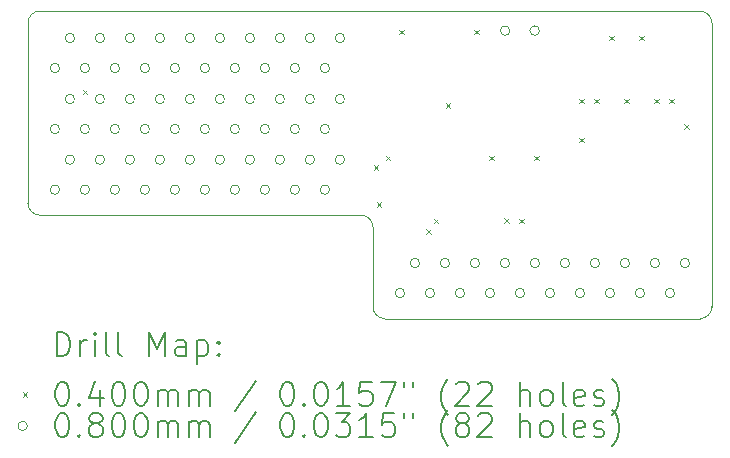
<source format=gbr>
%TF.GenerationSoftware,KiCad,Pcbnew,7.0.2-0*%
%TF.CreationDate,2023-06-03T15:31:35+02:00*%
%TF.ProjectId,MegaCD,4d656761-4344-42e6-9b69-6361645f7063,rev?*%
%TF.SameCoordinates,Original*%
%TF.FileFunction,Drillmap*%
%TF.FilePolarity,Positive*%
%FSLAX45Y45*%
G04 Gerber Fmt 4.5, Leading zero omitted, Abs format (unit mm)*
G04 Created by KiCad (PCBNEW 7.0.2-0) date 2023-06-03 15:31:35*
%MOMM*%
%LPD*%
G01*
G04 APERTURE LIST*
%ADD10C,0.100000*%
%ADD11C,0.200000*%
%ADD12C,0.040000*%
%ADD13C,0.080000*%
G04 APERTURE END LIST*
D10*
X17500600Y-10579100D02*
X17500600Y-12979400D01*
X11811000Y-10477500D02*
G75*
G03*
X11709400Y-10579100I0J-101600D01*
G01*
X11709400Y-12103100D02*
X11709400Y-10579100D01*
X11811000Y-10477500D02*
X17399000Y-10477500D01*
X14630400Y-12306300D02*
X14630400Y-12979400D01*
X17500600Y-10579100D02*
G75*
G03*
X17399000Y-10477500I-101600J0D01*
G01*
X11709400Y-12103100D02*
G75*
G03*
X11811000Y-12204700I101600J0D01*
G01*
X14732000Y-13081000D02*
X17399000Y-13081000D01*
X11811000Y-12204700D02*
X14528800Y-12204700D01*
X14630400Y-12306300D02*
G75*
G03*
X14528800Y-12204700I-101600J0D01*
G01*
X14630400Y-12979400D02*
G75*
G03*
X14732000Y-13081000I101600J0D01*
G01*
X17399000Y-13081000D02*
G75*
G03*
X17500600Y-12979400I0J101600D01*
G01*
D11*
D12*
X12172000Y-11143300D02*
X12212000Y-11183300D01*
X12212000Y-11143300D02*
X12172000Y-11183300D01*
X14636625Y-11779125D02*
X14676625Y-11819125D01*
X14676625Y-11779125D02*
X14636625Y-11819125D01*
X14661200Y-12095800D02*
X14701200Y-12135800D01*
X14701200Y-12095800D02*
X14661200Y-12135800D01*
X14737400Y-11702100D02*
X14777400Y-11742100D01*
X14777400Y-11702100D02*
X14737400Y-11742100D01*
X14851700Y-10635300D02*
X14891700Y-10675300D01*
X14891700Y-10635300D02*
X14851700Y-10675300D01*
X15080300Y-12324400D02*
X15120300Y-12364400D01*
X15120300Y-12324400D02*
X15080300Y-12364400D01*
X15143800Y-12235500D02*
X15183800Y-12275500D01*
X15183800Y-12235500D02*
X15143800Y-12275500D01*
X15245400Y-11259250D02*
X15285400Y-11299250D01*
X15285400Y-11259250D02*
X15245400Y-11299250D01*
X15486700Y-10635300D02*
X15526700Y-10675300D01*
X15526700Y-10635300D02*
X15486700Y-10675300D01*
X15613700Y-11702100D02*
X15653700Y-11742100D01*
X15653700Y-11702100D02*
X15613700Y-11742100D01*
X15740700Y-12228021D02*
X15780700Y-12268021D01*
X15780700Y-12228021D02*
X15740700Y-12268021D01*
X15867700Y-12235500D02*
X15907700Y-12275500D01*
X15907700Y-12235500D02*
X15867700Y-12275500D01*
X15994700Y-11702100D02*
X16034700Y-11742100D01*
X16034700Y-11702100D02*
X15994700Y-11742100D01*
X16375700Y-11219500D02*
X16415700Y-11259500D01*
X16415700Y-11219500D02*
X16375700Y-11259500D01*
X16375700Y-11549700D02*
X16415700Y-11589700D01*
X16415700Y-11549700D02*
X16375700Y-11589700D01*
X16502700Y-11219500D02*
X16542700Y-11259500D01*
X16542700Y-11219500D02*
X16502700Y-11259500D01*
X16629700Y-10686100D02*
X16669700Y-10726100D01*
X16669700Y-10686100D02*
X16629700Y-10726100D01*
X16756700Y-11219500D02*
X16796700Y-11259500D01*
X16796700Y-11219500D02*
X16756700Y-11259500D01*
X16883700Y-10686100D02*
X16923700Y-10726100D01*
X16923700Y-10686100D02*
X16883700Y-10726100D01*
X17010700Y-11219500D02*
X17050700Y-11259500D01*
X17050700Y-11219500D02*
X17010700Y-11259500D01*
X17137700Y-11219500D02*
X17177700Y-11259500D01*
X17177700Y-11219500D02*
X17137700Y-11259500D01*
X17264700Y-11435400D02*
X17304700Y-11475400D01*
X17304700Y-11435400D02*
X17264700Y-11475400D01*
D13*
X11978000Y-10960100D02*
G75*
G03*
X11978000Y-10960100I-40000J0D01*
G01*
X11978000Y-11475720D02*
G75*
G03*
X11978000Y-11475720I-40000J0D01*
G01*
X11978000Y-11988800D02*
G75*
G03*
X11978000Y-11988800I-40000J0D01*
G01*
X12105000Y-10706100D02*
G75*
G03*
X12105000Y-10706100I-40000J0D01*
G01*
X12105000Y-11221720D02*
G75*
G03*
X12105000Y-11221720I-40000J0D01*
G01*
X12105000Y-11734800D02*
G75*
G03*
X12105000Y-11734800I-40000J0D01*
G01*
X12232000Y-10960100D02*
G75*
G03*
X12232000Y-10960100I-40000J0D01*
G01*
X12232000Y-11475720D02*
G75*
G03*
X12232000Y-11475720I-40000J0D01*
G01*
X12232000Y-11988800D02*
G75*
G03*
X12232000Y-11988800I-40000J0D01*
G01*
X12359000Y-10706100D02*
G75*
G03*
X12359000Y-10706100I-40000J0D01*
G01*
X12359000Y-11221720D02*
G75*
G03*
X12359000Y-11221720I-40000J0D01*
G01*
X12359000Y-11734800D02*
G75*
G03*
X12359000Y-11734800I-40000J0D01*
G01*
X12486000Y-10960100D02*
G75*
G03*
X12486000Y-10960100I-40000J0D01*
G01*
X12486000Y-11475720D02*
G75*
G03*
X12486000Y-11475720I-40000J0D01*
G01*
X12486000Y-11988800D02*
G75*
G03*
X12486000Y-11988800I-40000J0D01*
G01*
X12613000Y-10706100D02*
G75*
G03*
X12613000Y-10706100I-40000J0D01*
G01*
X12613000Y-11221720D02*
G75*
G03*
X12613000Y-11221720I-40000J0D01*
G01*
X12613000Y-11734800D02*
G75*
G03*
X12613000Y-11734800I-40000J0D01*
G01*
X12740000Y-10960100D02*
G75*
G03*
X12740000Y-10960100I-40000J0D01*
G01*
X12740000Y-11475720D02*
G75*
G03*
X12740000Y-11475720I-40000J0D01*
G01*
X12740000Y-11988800D02*
G75*
G03*
X12740000Y-11988800I-40000J0D01*
G01*
X12867000Y-10706100D02*
G75*
G03*
X12867000Y-10706100I-40000J0D01*
G01*
X12867000Y-11221720D02*
G75*
G03*
X12867000Y-11221720I-40000J0D01*
G01*
X12867000Y-11734800D02*
G75*
G03*
X12867000Y-11734800I-40000J0D01*
G01*
X12994000Y-10960100D02*
G75*
G03*
X12994000Y-10960100I-40000J0D01*
G01*
X12994000Y-11475720D02*
G75*
G03*
X12994000Y-11475720I-40000J0D01*
G01*
X12994000Y-11988800D02*
G75*
G03*
X12994000Y-11988800I-40000J0D01*
G01*
X13121000Y-10706100D02*
G75*
G03*
X13121000Y-10706100I-40000J0D01*
G01*
X13121000Y-11221720D02*
G75*
G03*
X13121000Y-11221720I-40000J0D01*
G01*
X13121000Y-11734800D02*
G75*
G03*
X13121000Y-11734800I-40000J0D01*
G01*
X13248000Y-10960100D02*
G75*
G03*
X13248000Y-10960100I-40000J0D01*
G01*
X13248000Y-11475720D02*
G75*
G03*
X13248000Y-11475720I-40000J0D01*
G01*
X13248000Y-11988800D02*
G75*
G03*
X13248000Y-11988800I-40000J0D01*
G01*
X13375000Y-10706100D02*
G75*
G03*
X13375000Y-10706100I-40000J0D01*
G01*
X13375000Y-11221720D02*
G75*
G03*
X13375000Y-11221720I-40000J0D01*
G01*
X13375000Y-11734800D02*
G75*
G03*
X13375000Y-11734800I-40000J0D01*
G01*
X13502000Y-10960100D02*
G75*
G03*
X13502000Y-10960100I-40000J0D01*
G01*
X13502000Y-11475720D02*
G75*
G03*
X13502000Y-11475720I-40000J0D01*
G01*
X13502000Y-11988800D02*
G75*
G03*
X13502000Y-11988800I-40000J0D01*
G01*
X13629000Y-10706100D02*
G75*
G03*
X13629000Y-10706100I-40000J0D01*
G01*
X13629000Y-11221720D02*
G75*
G03*
X13629000Y-11221720I-40000J0D01*
G01*
X13629000Y-11734800D02*
G75*
G03*
X13629000Y-11734800I-40000J0D01*
G01*
X13756000Y-10960100D02*
G75*
G03*
X13756000Y-10960100I-40000J0D01*
G01*
X13756000Y-11475720D02*
G75*
G03*
X13756000Y-11475720I-40000J0D01*
G01*
X13756000Y-11988800D02*
G75*
G03*
X13756000Y-11988800I-40000J0D01*
G01*
X13883000Y-10706100D02*
G75*
G03*
X13883000Y-10706100I-40000J0D01*
G01*
X13883000Y-11221720D02*
G75*
G03*
X13883000Y-11221720I-40000J0D01*
G01*
X13883000Y-11734800D02*
G75*
G03*
X13883000Y-11734800I-40000J0D01*
G01*
X14010000Y-10960100D02*
G75*
G03*
X14010000Y-10960100I-40000J0D01*
G01*
X14010000Y-11475720D02*
G75*
G03*
X14010000Y-11475720I-40000J0D01*
G01*
X14010000Y-11988800D02*
G75*
G03*
X14010000Y-11988800I-40000J0D01*
G01*
X14137000Y-10706100D02*
G75*
G03*
X14137000Y-10706100I-40000J0D01*
G01*
X14137000Y-11221720D02*
G75*
G03*
X14137000Y-11221720I-40000J0D01*
G01*
X14137000Y-11734800D02*
G75*
G03*
X14137000Y-11734800I-40000J0D01*
G01*
X14264000Y-10960100D02*
G75*
G03*
X14264000Y-10960100I-40000J0D01*
G01*
X14264000Y-11475720D02*
G75*
G03*
X14264000Y-11475720I-40000J0D01*
G01*
X14264000Y-11988800D02*
G75*
G03*
X14264000Y-11988800I-40000J0D01*
G01*
X14391000Y-10706100D02*
G75*
G03*
X14391000Y-10706100I-40000J0D01*
G01*
X14391000Y-11221720D02*
G75*
G03*
X14391000Y-11221720I-40000J0D01*
G01*
X14391000Y-11734800D02*
G75*
G03*
X14391000Y-11734800I-40000J0D01*
G01*
X14899000Y-12865100D02*
G75*
G03*
X14899000Y-12865100I-40000J0D01*
G01*
X15026000Y-12611100D02*
G75*
G03*
X15026000Y-12611100I-40000J0D01*
G01*
X15153000Y-12865100D02*
G75*
G03*
X15153000Y-12865100I-40000J0D01*
G01*
X15280000Y-12611100D02*
G75*
G03*
X15280000Y-12611100I-40000J0D01*
G01*
X15407000Y-12865100D02*
G75*
G03*
X15407000Y-12865100I-40000J0D01*
G01*
X15534000Y-12611100D02*
G75*
G03*
X15534000Y-12611100I-40000J0D01*
G01*
X15661000Y-12865100D02*
G75*
G03*
X15661000Y-12865100I-40000J0D01*
G01*
X15788000Y-12611100D02*
G75*
G03*
X15788000Y-12611100I-40000J0D01*
G01*
X15790000Y-10642600D02*
G75*
G03*
X15790000Y-10642600I-40000J0D01*
G01*
X15915000Y-12865100D02*
G75*
G03*
X15915000Y-12865100I-40000J0D01*
G01*
X16040000Y-10642600D02*
G75*
G03*
X16040000Y-10642600I-40000J0D01*
G01*
X16042000Y-12611100D02*
G75*
G03*
X16042000Y-12611100I-40000J0D01*
G01*
X16169000Y-12865100D02*
G75*
G03*
X16169000Y-12865100I-40000J0D01*
G01*
X16296000Y-12611100D02*
G75*
G03*
X16296000Y-12611100I-40000J0D01*
G01*
X16423000Y-12865100D02*
G75*
G03*
X16423000Y-12865100I-40000J0D01*
G01*
X16550000Y-12611100D02*
G75*
G03*
X16550000Y-12611100I-40000J0D01*
G01*
X16677000Y-12865100D02*
G75*
G03*
X16677000Y-12865100I-40000J0D01*
G01*
X16804000Y-12611100D02*
G75*
G03*
X16804000Y-12611100I-40000J0D01*
G01*
X16931000Y-12865100D02*
G75*
G03*
X16931000Y-12865100I-40000J0D01*
G01*
X17058000Y-12611100D02*
G75*
G03*
X17058000Y-12611100I-40000J0D01*
G01*
X17185000Y-12865100D02*
G75*
G03*
X17185000Y-12865100I-40000J0D01*
G01*
X17312000Y-12611100D02*
G75*
G03*
X17312000Y-12611100I-40000J0D01*
G01*
D11*
X11952019Y-13398524D02*
X11952019Y-13198524D01*
X11952019Y-13198524D02*
X11999638Y-13198524D01*
X11999638Y-13198524D02*
X12028209Y-13208048D01*
X12028209Y-13208048D02*
X12047257Y-13227095D01*
X12047257Y-13227095D02*
X12056781Y-13246143D01*
X12056781Y-13246143D02*
X12066305Y-13284238D01*
X12066305Y-13284238D02*
X12066305Y-13312809D01*
X12066305Y-13312809D02*
X12056781Y-13350905D01*
X12056781Y-13350905D02*
X12047257Y-13369952D01*
X12047257Y-13369952D02*
X12028209Y-13389000D01*
X12028209Y-13389000D02*
X11999638Y-13398524D01*
X11999638Y-13398524D02*
X11952019Y-13398524D01*
X12152019Y-13398524D02*
X12152019Y-13265190D01*
X12152019Y-13303286D02*
X12161543Y-13284238D01*
X12161543Y-13284238D02*
X12171067Y-13274714D01*
X12171067Y-13274714D02*
X12190114Y-13265190D01*
X12190114Y-13265190D02*
X12209162Y-13265190D01*
X12275828Y-13398524D02*
X12275828Y-13265190D01*
X12275828Y-13198524D02*
X12266305Y-13208048D01*
X12266305Y-13208048D02*
X12275828Y-13217571D01*
X12275828Y-13217571D02*
X12285352Y-13208048D01*
X12285352Y-13208048D02*
X12275828Y-13198524D01*
X12275828Y-13198524D02*
X12275828Y-13217571D01*
X12399638Y-13398524D02*
X12380590Y-13389000D01*
X12380590Y-13389000D02*
X12371067Y-13369952D01*
X12371067Y-13369952D02*
X12371067Y-13198524D01*
X12504400Y-13398524D02*
X12485352Y-13389000D01*
X12485352Y-13389000D02*
X12475828Y-13369952D01*
X12475828Y-13369952D02*
X12475828Y-13198524D01*
X12732971Y-13398524D02*
X12732971Y-13198524D01*
X12732971Y-13198524D02*
X12799638Y-13341381D01*
X12799638Y-13341381D02*
X12866305Y-13198524D01*
X12866305Y-13198524D02*
X12866305Y-13398524D01*
X13047257Y-13398524D02*
X13047257Y-13293762D01*
X13047257Y-13293762D02*
X13037733Y-13274714D01*
X13037733Y-13274714D02*
X13018686Y-13265190D01*
X13018686Y-13265190D02*
X12980590Y-13265190D01*
X12980590Y-13265190D02*
X12961543Y-13274714D01*
X13047257Y-13389000D02*
X13028209Y-13398524D01*
X13028209Y-13398524D02*
X12980590Y-13398524D01*
X12980590Y-13398524D02*
X12961543Y-13389000D01*
X12961543Y-13389000D02*
X12952019Y-13369952D01*
X12952019Y-13369952D02*
X12952019Y-13350905D01*
X12952019Y-13350905D02*
X12961543Y-13331857D01*
X12961543Y-13331857D02*
X12980590Y-13322333D01*
X12980590Y-13322333D02*
X13028209Y-13322333D01*
X13028209Y-13322333D02*
X13047257Y-13312809D01*
X13142495Y-13265190D02*
X13142495Y-13465190D01*
X13142495Y-13274714D02*
X13161543Y-13265190D01*
X13161543Y-13265190D02*
X13199638Y-13265190D01*
X13199638Y-13265190D02*
X13218686Y-13274714D01*
X13218686Y-13274714D02*
X13228209Y-13284238D01*
X13228209Y-13284238D02*
X13237733Y-13303286D01*
X13237733Y-13303286D02*
X13237733Y-13360428D01*
X13237733Y-13360428D02*
X13228209Y-13379476D01*
X13228209Y-13379476D02*
X13218686Y-13389000D01*
X13218686Y-13389000D02*
X13199638Y-13398524D01*
X13199638Y-13398524D02*
X13161543Y-13398524D01*
X13161543Y-13398524D02*
X13142495Y-13389000D01*
X13323448Y-13379476D02*
X13332971Y-13389000D01*
X13332971Y-13389000D02*
X13323448Y-13398524D01*
X13323448Y-13398524D02*
X13313924Y-13389000D01*
X13313924Y-13389000D02*
X13323448Y-13379476D01*
X13323448Y-13379476D02*
X13323448Y-13398524D01*
X13323448Y-13274714D02*
X13332971Y-13284238D01*
X13332971Y-13284238D02*
X13323448Y-13293762D01*
X13323448Y-13293762D02*
X13313924Y-13284238D01*
X13313924Y-13284238D02*
X13323448Y-13274714D01*
X13323448Y-13274714D02*
X13323448Y-13293762D01*
D12*
X11664400Y-13706000D02*
X11704400Y-13746000D01*
X11704400Y-13706000D02*
X11664400Y-13746000D01*
D11*
X11990114Y-13618524D02*
X12009162Y-13618524D01*
X12009162Y-13618524D02*
X12028209Y-13628048D01*
X12028209Y-13628048D02*
X12037733Y-13637571D01*
X12037733Y-13637571D02*
X12047257Y-13656619D01*
X12047257Y-13656619D02*
X12056781Y-13694714D01*
X12056781Y-13694714D02*
X12056781Y-13742333D01*
X12056781Y-13742333D02*
X12047257Y-13780428D01*
X12047257Y-13780428D02*
X12037733Y-13799476D01*
X12037733Y-13799476D02*
X12028209Y-13809000D01*
X12028209Y-13809000D02*
X12009162Y-13818524D01*
X12009162Y-13818524D02*
X11990114Y-13818524D01*
X11990114Y-13818524D02*
X11971067Y-13809000D01*
X11971067Y-13809000D02*
X11961543Y-13799476D01*
X11961543Y-13799476D02*
X11952019Y-13780428D01*
X11952019Y-13780428D02*
X11942495Y-13742333D01*
X11942495Y-13742333D02*
X11942495Y-13694714D01*
X11942495Y-13694714D02*
X11952019Y-13656619D01*
X11952019Y-13656619D02*
X11961543Y-13637571D01*
X11961543Y-13637571D02*
X11971067Y-13628048D01*
X11971067Y-13628048D02*
X11990114Y-13618524D01*
X12142495Y-13799476D02*
X12152019Y-13809000D01*
X12152019Y-13809000D02*
X12142495Y-13818524D01*
X12142495Y-13818524D02*
X12132971Y-13809000D01*
X12132971Y-13809000D02*
X12142495Y-13799476D01*
X12142495Y-13799476D02*
X12142495Y-13818524D01*
X12323448Y-13685190D02*
X12323448Y-13818524D01*
X12275828Y-13609000D02*
X12228209Y-13751857D01*
X12228209Y-13751857D02*
X12352019Y-13751857D01*
X12466305Y-13618524D02*
X12485352Y-13618524D01*
X12485352Y-13618524D02*
X12504400Y-13628048D01*
X12504400Y-13628048D02*
X12513924Y-13637571D01*
X12513924Y-13637571D02*
X12523448Y-13656619D01*
X12523448Y-13656619D02*
X12532971Y-13694714D01*
X12532971Y-13694714D02*
X12532971Y-13742333D01*
X12532971Y-13742333D02*
X12523448Y-13780428D01*
X12523448Y-13780428D02*
X12513924Y-13799476D01*
X12513924Y-13799476D02*
X12504400Y-13809000D01*
X12504400Y-13809000D02*
X12485352Y-13818524D01*
X12485352Y-13818524D02*
X12466305Y-13818524D01*
X12466305Y-13818524D02*
X12447257Y-13809000D01*
X12447257Y-13809000D02*
X12437733Y-13799476D01*
X12437733Y-13799476D02*
X12428209Y-13780428D01*
X12428209Y-13780428D02*
X12418686Y-13742333D01*
X12418686Y-13742333D02*
X12418686Y-13694714D01*
X12418686Y-13694714D02*
X12428209Y-13656619D01*
X12428209Y-13656619D02*
X12437733Y-13637571D01*
X12437733Y-13637571D02*
X12447257Y-13628048D01*
X12447257Y-13628048D02*
X12466305Y-13618524D01*
X12656781Y-13618524D02*
X12675829Y-13618524D01*
X12675829Y-13618524D02*
X12694876Y-13628048D01*
X12694876Y-13628048D02*
X12704400Y-13637571D01*
X12704400Y-13637571D02*
X12713924Y-13656619D01*
X12713924Y-13656619D02*
X12723448Y-13694714D01*
X12723448Y-13694714D02*
X12723448Y-13742333D01*
X12723448Y-13742333D02*
X12713924Y-13780428D01*
X12713924Y-13780428D02*
X12704400Y-13799476D01*
X12704400Y-13799476D02*
X12694876Y-13809000D01*
X12694876Y-13809000D02*
X12675829Y-13818524D01*
X12675829Y-13818524D02*
X12656781Y-13818524D01*
X12656781Y-13818524D02*
X12637733Y-13809000D01*
X12637733Y-13809000D02*
X12628209Y-13799476D01*
X12628209Y-13799476D02*
X12618686Y-13780428D01*
X12618686Y-13780428D02*
X12609162Y-13742333D01*
X12609162Y-13742333D02*
X12609162Y-13694714D01*
X12609162Y-13694714D02*
X12618686Y-13656619D01*
X12618686Y-13656619D02*
X12628209Y-13637571D01*
X12628209Y-13637571D02*
X12637733Y-13628048D01*
X12637733Y-13628048D02*
X12656781Y-13618524D01*
X12809162Y-13818524D02*
X12809162Y-13685190D01*
X12809162Y-13704238D02*
X12818686Y-13694714D01*
X12818686Y-13694714D02*
X12837733Y-13685190D01*
X12837733Y-13685190D02*
X12866305Y-13685190D01*
X12866305Y-13685190D02*
X12885352Y-13694714D01*
X12885352Y-13694714D02*
X12894876Y-13713762D01*
X12894876Y-13713762D02*
X12894876Y-13818524D01*
X12894876Y-13713762D02*
X12904400Y-13694714D01*
X12904400Y-13694714D02*
X12923448Y-13685190D01*
X12923448Y-13685190D02*
X12952019Y-13685190D01*
X12952019Y-13685190D02*
X12971067Y-13694714D01*
X12971067Y-13694714D02*
X12980590Y-13713762D01*
X12980590Y-13713762D02*
X12980590Y-13818524D01*
X13075829Y-13818524D02*
X13075829Y-13685190D01*
X13075829Y-13704238D02*
X13085352Y-13694714D01*
X13085352Y-13694714D02*
X13104400Y-13685190D01*
X13104400Y-13685190D02*
X13132971Y-13685190D01*
X13132971Y-13685190D02*
X13152019Y-13694714D01*
X13152019Y-13694714D02*
X13161543Y-13713762D01*
X13161543Y-13713762D02*
X13161543Y-13818524D01*
X13161543Y-13713762D02*
X13171067Y-13694714D01*
X13171067Y-13694714D02*
X13190114Y-13685190D01*
X13190114Y-13685190D02*
X13218686Y-13685190D01*
X13218686Y-13685190D02*
X13237733Y-13694714D01*
X13237733Y-13694714D02*
X13247257Y-13713762D01*
X13247257Y-13713762D02*
X13247257Y-13818524D01*
X13637733Y-13609000D02*
X13466305Y-13866143D01*
X13894876Y-13618524D02*
X13913924Y-13618524D01*
X13913924Y-13618524D02*
X13932972Y-13628048D01*
X13932972Y-13628048D02*
X13942495Y-13637571D01*
X13942495Y-13637571D02*
X13952019Y-13656619D01*
X13952019Y-13656619D02*
X13961543Y-13694714D01*
X13961543Y-13694714D02*
X13961543Y-13742333D01*
X13961543Y-13742333D02*
X13952019Y-13780428D01*
X13952019Y-13780428D02*
X13942495Y-13799476D01*
X13942495Y-13799476D02*
X13932972Y-13809000D01*
X13932972Y-13809000D02*
X13913924Y-13818524D01*
X13913924Y-13818524D02*
X13894876Y-13818524D01*
X13894876Y-13818524D02*
X13875829Y-13809000D01*
X13875829Y-13809000D02*
X13866305Y-13799476D01*
X13866305Y-13799476D02*
X13856781Y-13780428D01*
X13856781Y-13780428D02*
X13847257Y-13742333D01*
X13847257Y-13742333D02*
X13847257Y-13694714D01*
X13847257Y-13694714D02*
X13856781Y-13656619D01*
X13856781Y-13656619D02*
X13866305Y-13637571D01*
X13866305Y-13637571D02*
X13875829Y-13628048D01*
X13875829Y-13628048D02*
X13894876Y-13618524D01*
X14047257Y-13799476D02*
X14056781Y-13809000D01*
X14056781Y-13809000D02*
X14047257Y-13818524D01*
X14047257Y-13818524D02*
X14037733Y-13809000D01*
X14037733Y-13809000D02*
X14047257Y-13799476D01*
X14047257Y-13799476D02*
X14047257Y-13818524D01*
X14180591Y-13618524D02*
X14199638Y-13618524D01*
X14199638Y-13618524D02*
X14218686Y-13628048D01*
X14218686Y-13628048D02*
X14228210Y-13637571D01*
X14228210Y-13637571D02*
X14237733Y-13656619D01*
X14237733Y-13656619D02*
X14247257Y-13694714D01*
X14247257Y-13694714D02*
X14247257Y-13742333D01*
X14247257Y-13742333D02*
X14237733Y-13780428D01*
X14237733Y-13780428D02*
X14228210Y-13799476D01*
X14228210Y-13799476D02*
X14218686Y-13809000D01*
X14218686Y-13809000D02*
X14199638Y-13818524D01*
X14199638Y-13818524D02*
X14180591Y-13818524D01*
X14180591Y-13818524D02*
X14161543Y-13809000D01*
X14161543Y-13809000D02*
X14152019Y-13799476D01*
X14152019Y-13799476D02*
X14142495Y-13780428D01*
X14142495Y-13780428D02*
X14132972Y-13742333D01*
X14132972Y-13742333D02*
X14132972Y-13694714D01*
X14132972Y-13694714D02*
X14142495Y-13656619D01*
X14142495Y-13656619D02*
X14152019Y-13637571D01*
X14152019Y-13637571D02*
X14161543Y-13628048D01*
X14161543Y-13628048D02*
X14180591Y-13618524D01*
X14437733Y-13818524D02*
X14323448Y-13818524D01*
X14380591Y-13818524D02*
X14380591Y-13618524D01*
X14380591Y-13618524D02*
X14361543Y-13647095D01*
X14361543Y-13647095D02*
X14342495Y-13666143D01*
X14342495Y-13666143D02*
X14323448Y-13675667D01*
X14618686Y-13618524D02*
X14523448Y-13618524D01*
X14523448Y-13618524D02*
X14513924Y-13713762D01*
X14513924Y-13713762D02*
X14523448Y-13704238D01*
X14523448Y-13704238D02*
X14542495Y-13694714D01*
X14542495Y-13694714D02*
X14590114Y-13694714D01*
X14590114Y-13694714D02*
X14609162Y-13704238D01*
X14609162Y-13704238D02*
X14618686Y-13713762D01*
X14618686Y-13713762D02*
X14628210Y-13732809D01*
X14628210Y-13732809D02*
X14628210Y-13780428D01*
X14628210Y-13780428D02*
X14618686Y-13799476D01*
X14618686Y-13799476D02*
X14609162Y-13809000D01*
X14609162Y-13809000D02*
X14590114Y-13818524D01*
X14590114Y-13818524D02*
X14542495Y-13818524D01*
X14542495Y-13818524D02*
X14523448Y-13809000D01*
X14523448Y-13809000D02*
X14513924Y-13799476D01*
X14694876Y-13618524D02*
X14828210Y-13618524D01*
X14828210Y-13618524D02*
X14742495Y-13818524D01*
X14894876Y-13618524D02*
X14894876Y-13656619D01*
X14971067Y-13618524D02*
X14971067Y-13656619D01*
X15266305Y-13894714D02*
X15256781Y-13885190D01*
X15256781Y-13885190D02*
X15237734Y-13856619D01*
X15237734Y-13856619D02*
X15228210Y-13837571D01*
X15228210Y-13837571D02*
X15218686Y-13809000D01*
X15218686Y-13809000D02*
X15209162Y-13761381D01*
X15209162Y-13761381D02*
X15209162Y-13723286D01*
X15209162Y-13723286D02*
X15218686Y-13675667D01*
X15218686Y-13675667D02*
X15228210Y-13647095D01*
X15228210Y-13647095D02*
X15237734Y-13628048D01*
X15237734Y-13628048D02*
X15256781Y-13599476D01*
X15256781Y-13599476D02*
X15266305Y-13589952D01*
X15332972Y-13637571D02*
X15342495Y-13628048D01*
X15342495Y-13628048D02*
X15361543Y-13618524D01*
X15361543Y-13618524D02*
X15409162Y-13618524D01*
X15409162Y-13618524D02*
X15428210Y-13628048D01*
X15428210Y-13628048D02*
X15437734Y-13637571D01*
X15437734Y-13637571D02*
X15447257Y-13656619D01*
X15447257Y-13656619D02*
X15447257Y-13675667D01*
X15447257Y-13675667D02*
X15437734Y-13704238D01*
X15437734Y-13704238D02*
X15323448Y-13818524D01*
X15323448Y-13818524D02*
X15447257Y-13818524D01*
X15523448Y-13637571D02*
X15532972Y-13628048D01*
X15532972Y-13628048D02*
X15552019Y-13618524D01*
X15552019Y-13618524D02*
X15599638Y-13618524D01*
X15599638Y-13618524D02*
X15618686Y-13628048D01*
X15618686Y-13628048D02*
X15628210Y-13637571D01*
X15628210Y-13637571D02*
X15637734Y-13656619D01*
X15637734Y-13656619D02*
X15637734Y-13675667D01*
X15637734Y-13675667D02*
X15628210Y-13704238D01*
X15628210Y-13704238D02*
X15513924Y-13818524D01*
X15513924Y-13818524D02*
X15637734Y-13818524D01*
X15875829Y-13818524D02*
X15875829Y-13618524D01*
X15961543Y-13818524D02*
X15961543Y-13713762D01*
X15961543Y-13713762D02*
X15952019Y-13694714D01*
X15952019Y-13694714D02*
X15932972Y-13685190D01*
X15932972Y-13685190D02*
X15904400Y-13685190D01*
X15904400Y-13685190D02*
X15885353Y-13694714D01*
X15885353Y-13694714D02*
X15875829Y-13704238D01*
X16085353Y-13818524D02*
X16066305Y-13809000D01*
X16066305Y-13809000D02*
X16056781Y-13799476D01*
X16056781Y-13799476D02*
X16047257Y-13780428D01*
X16047257Y-13780428D02*
X16047257Y-13723286D01*
X16047257Y-13723286D02*
X16056781Y-13704238D01*
X16056781Y-13704238D02*
X16066305Y-13694714D01*
X16066305Y-13694714D02*
X16085353Y-13685190D01*
X16085353Y-13685190D02*
X16113924Y-13685190D01*
X16113924Y-13685190D02*
X16132972Y-13694714D01*
X16132972Y-13694714D02*
X16142496Y-13704238D01*
X16142496Y-13704238D02*
X16152019Y-13723286D01*
X16152019Y-13723286D02*
X16152019Y-13780428D01*
X16152019Y-13780428D02*
X16142496Y-13799476D01*
X16142496Y-13799476D02*
X16132972Y-13809000D01*
X16132972Y-13809000D02*
X16113924Y-13818524D01*
X16113924Y-13818524D02*
X16085353Y-13818524D01*
X16266305Y-13818524D02*
X16247257Y-13809000D01*
X16247257Y-13809000D02*
X16237734Y-13789952D01*
X16237734Y-13789952D02*
X16237734Y-13618524D01*
X16418686Y-13809000D02*
X16399638Y-13818524D01*
X16399638Y-13818524D02*
X16361543Y-13818524D01*
X16361543Y-13818524D02*
X16342496Y-13809000D01*
X16342496Y-13809000D02*
X16332972Y-13789952D01*
X16332972Y-13789952D02*
X16332972Y-13713762D01*
X16332972Y-13713762D02*
X16342496Y-13694714D01*
X16342496Y-13694714D02*
X16361543Y-13685190D01*
X16361543Y-13685190D02*
X16399638Y-13685190D01*
X16399638Y-13685190D02*
X16418686Y-13694714D01*
X16418686Y-13694714D02*
X16428210Y-13713762D01*
X16428210Y-13713762D02*
X16428210Y-13732809D01*
X16428210Y-13732809D02*
X16332972Y-13751857D01*
X16504400Y-13809000D02*
X16523448Y-13818524D01*
X16523448Y-13818524D02*
X16561543Y-13818524D01*
X16561543Y-13818524D02*
X16580591Y-13809000D01*
X16580591Y-13809000D02*
X16590115Y-13789952D01*
X16590115Y-13789952D02*
X16590115Y-13780428D01*
X16590115Y-13780428D02*
X16580591Y-13761381D01*
X16580591Y-13761381D02*
X16561543Y-13751857D01*
X16561543Y-13751857D02*
X16532972Y-13751857D01*
X16532972Y-13751857D02*
X16513924Y-13742333D01*
X16513924Y-13742333D02*
X16504400Y-13723286D01*
X16504400Y-13723286D02*
X16504400Y-13713762D01*
X16504400Y-13713762D02*
X16513924Y-13694714D01*
X16513924Y-13694714D02*
X16532972Y-13685190D01*
X16532972Y-13685190D02*
X16561543Y-13685190D01*
X16561543Y-13685190D02*
X16580591Y-13694714D01*
X16656781Y-13894714D02*
X16666305Y-13885190D01*
X16666305Y-13885190D02*
X16685353Y-13856619D01*
X16685353Y-13856619D02*
X16694877Y-13837571D01*
X16694877Y-13837571D02*
X16704400Y-13809000D01*
X16704400Y-13809000D02*
X16713924Y-13761381D01*
X16713924Y-13761381D02*
X16713924Y-13723286D01*
X16713924Y-13723286D02*
X16704400Y-13675667D01*
X16704400Y-13675667D02*
X16694877Y-13647095D01*
X16694877Y-13647095D02*
X16685353Y-13628048D01*
X16685353Y-13628048D02*
X16666305Y-13599476D01*
X16666305Y-13599476D02*
X16656781Y-13589952D01*
D13*
X11704400Y-13990000D02*
G75*
G03*
X11704400Y-13990000I-40000J0D01*
G01*
D11*
X11990114Y-13882524D02*
X12009162Y-13882524D01*
X12009162Y-13882524D02*
X12028209Y-13892048D01*
X12028209Y-13892048D02*
X12037733Y-13901571D01*
X12037733Y-13901571D02*
X12047257Y-13920619D01*
X12047257Y-13920619D02*
X12056781Y-13958714D01*
X12056781Y-13958714D02*
X12056781Y-14006333D01*
X12056781Y-14006333D02*
X12047257Y-14044428D01*
X12047257Y-14044428D02*
X12037733Y-14063476D01*
X12037733Y-14063476D02*
X12028209Y-14073000D01*
X12028209Y-14073000D02*
X12009162Y-14082524D01*
X12009162Y-14082524D02*
X11990114Y-14082524D01*
X11990114Y-14082524D02*
X11971067Y-14073000D01*
X11971067Y-14073000D02*
X11961543Y-14063476D01*
X11961543Y-14063476D02*
X11952019Y-14044428D01*
X11952019Y-14044428D02*
X11942495Y-14006333D01*
X11942495Y-14006333D02*
X11942495Y-13958714D01*
X11942495Y-13958714D02*
X11952019Y-13920619D01*
X11952019Y-13920619D02*
X11961543Y-13901571D01*
X11961543Y-13901571D02*
X11971067Y-13892048D01*
X11971067Y-13892048D02*
X11990114Y-13882524D01*
X12142495Y-14063476D02*
X12152019Y-14073000D01*
X12152019Y-14073000D02*
X12142495Y-14082524D01*
X12142495Y-14082524D02*
X12132971Y-14073000D01*
X12132971Y-14073000D02*
X12142495Y-14063476D01*
X12142495Y-14063476D02*
X12142495Y-14082524D01*
X12266305Y-13968238D02*
X12247257Y-13958714D01*
X12247257Y-13958714D02*
X12237733Y-13949190D01*
X12237733Y-13949190D02*
X12228209Y-13930143D01*
X12228209Y-13930143D02*
X12228209Y-13920619D01*
X12228209Y-13920619D02*
X12237733Y-13901571D01*
X12237733Y-13901571D02*
X12247257Y-13892048D01*
X12247257Y-13892048D02*
X12266305Y-13882524D01*
X12266305Y-13882524D02*
X12304400Y-13882524D01*
X12304400Y-13882524D02*
X12323448Y-13892048D01*
X12323448Y-13892048D02*
X12332971Y-13901571D01*
X12332971Y-13901571D02*
X12342495Y-13920619D01*
X12342495Y-13920619D02*
X12342495Y-13930143D01*
X12342495Y-13930143D02*
X12332971Y-13949190D01*
X12332971Y-13949190D02*
X12323448Y-13958714D01*
X12323448Y-13958714D02*
X12304400Y-13968238D01*
X12304400Y-13968238D02*
X12266305Y-13968238D01*
X12266305Y-13968238D02*
X12247257Y-13977762D01*
X12247257Y-13977762D02*
X12237733Y-13987286D01*
X12237733Y-13987286D02*
X12228209Y-14006333D01*
X12228209Y-14006333D02*
X12228209Y-14044428D01*
X12228209Y-14044428D02*
X12237733Y-14063476D01*
X12237733Y-14063476D02*
X12247257Y-14073000D01*
X12247257Y-14073000D02*
X12266305Y-14082524D01*
X12266305Y-14082524D02*
X12304400Y-14082524D01*
X12304400Y-14082524D02*
X12323448Y-14073000D01*
X12323448Y-14073000D02*
X12332971Y-14063476D01*
X12332971Y-14063476D02*
X12342495Y-14044428D01*
X12342495Y-14044428D02*
X12342495Y-14006333D01*
X12342495Y-14006333D02*
X12332971Y-13987286D01*
X12332971Y-13987286D02*
X12323448Y-13977762D01*
X12323448Y-13977762D02*
X12304400Y-13968238D01*
X12466305Y-13882524D02*
X12485352Y-13882524D01*
X12485352Y-13882524D02*
X12504400Y-13892048D01*
X12504400Y-13892048D02*
X12513924Y-13901571D01*
X12513924Y-13901571D02*
X12523448Y-13920619D01*
X12523448Y-13920619D02*
X12532971Y-13958714D01*
X12532971Y-13958714D02*
X12532971Y-14006333D01*
X12532971Y-14006333D02*
X12523448Y-14044428D01*
X12523448Y-14044428D02*
X12513924Y-14063476D01*
X12513924Y-14063476D02*
X12504400Y-14073000D01*
X12504400Y-14073000D02*
X12485352Y-14082524D01*
X12485352Y-14082524D02*
X12466305Y-14082524D01*
X12466305Y-14082524D02*
X12447257Y-14073000D01*
X12447257Y-14073000D02*
X12437733Y-14063476D01*
X12437733Y-14063476D02*
X12428209Y-14044428D01*
X12428209Y-14044428D02*
X12418686Y-14006333D01*
X12418686Y-14006333D02*
X12418686Y-13958714D01*
X12418686Y-13958714D02*
X12428209Y-13920619D01*
X12428209Y-13920619D02*
X12437733Y-13901571D01*
X12437733Y-13901571D02*
X12447257Y-13892048D01*
X12447257Y-13892048D02*
X12466305Y-13882524D01*
X12656781Y-13882524D02*
X12675829Y-13882524D01*
X12675829Y-13882524D02*
X12694876Y-13892048D01*
X12694876Y-13892048D02*
X12704400Y-13901571D01*
X12704400Y-13901571D02*
X12713924Y-13920619D01*
X12713924Y-13920619D02*
X12723448Y-13958714D01*
X12723448Y-13958714D02*
X12723448Y-14006333D01*
X12723448Y-14006333D02*
X12713924Y-14044428D01*
X12713924Y-14044428D02*
X12704400Y-14063476D01*
X12704400Y-14063476D02*
X12694876Y-14073000D01*
X12694876Y-14073000D02*
X12675829Y-14082524D01*
X12675829Y-14082524D02*
X12656781Y-14082524D01*
X12656781Y-14082524D02*
X12637733Y-14073000D01*
X12637733Y-14073000D02*
X12628209Y-14063476D01*
X12628209Y-14063476D02*
X12618686Y-14044428D01*
X12618686Y-14044428D02*
X12609162Y-14006333D01*
X12609162Y-14006333D02*
X12609162Y-13958714D01*
X12609162Y-13958714D02*
X12618686Y-13920619D01*
X12618686Y-13920619D02*
X12628209Y-13901571D01*
X12628209Y-13901571D02*
X12637733Y-13892048D01*
X12637733Y-13892048D02*
X12656781Y-13882524D01*
X12809162Y-14082524D02*
X12809162Y-13949190D01*
X12809162Y-13968238D02*
X12818686Y-13958714D01*
X12818686Y-13958714D02*
X12837733Y-13949190D01*
X12837733Y-13949190D02*
X12866305Y-13949190D01*
X12866305Y-13949190D02*
X12885352Y-13958714D01*
X12885352Y-13958714D02*
X12894876Y-13977762D01*
X12894876Y-13977762D02*
X12894876Y-14082524D01*
X12894876Y-13977762D02*
X12904400Y-13958714D01*
X12904400Y-13958714D02*
X12923448Y-13949190D01*
X12923448Y-13949190D02*
X12952019Y-13949190D01*
X12952019Y-13949190D02*
X12971067Y-13958714D01*
X12971067Y-13958714D02*
X12980590Y-13977762D01*
X12980590Y-13977762D02*
X12980590Y-14082524D01*
X13075829Y-14082524D02*
X13075829Y-13949190D01*
X13075829Y-13968238D02*
X13085352Y-13958714D01*
X13085352Y-13958714D02*
X13104400Y-13949190D01*
X13104400Y-13949190D02*
X13132971Y-13949190D01*
X13132971Y-13949190D02*
X13152019Y-13958714D01*
X13152019Y-13958714D02*
X13161543Y-13977762D01*
X13161543Y-13977762D02*
X13161543Y-14082524D01*
X13161543Y-13977762D02*
X13171067Y-13958714D01*
X13171067Y-13958714D02*
X13190114Y-13949190D01*
X13190114Y-13949190D02*
X13218686Y-13949190D01*
X13218686Y-13949190D02*
X13237733Y-13958714D01*
X13237733Y-13958714D02*
X13247257Y-13977762D01*
X13247257Y-13977762D02*
X13247257Y-14082524D01*
X13637733Y-13873000D02*
X13466305Y-14130143D01*
X13894876Y-13882524D02*
X13913924Y-13882524D01*
X13913924Y-13882524D02*
X13932972Y-13892048D01*
X13932972Y-13892048D02*
X13942495Y-13901571D01*
X13942495Y-13901571D02*
X13952019Y-13920619D01*
X13952019Y-13920619D02*
X13961543Y-13958714D01*
X13961543Y-13958714D02*
X13961543Y-14006333D01*
X13961543Y-14006333D02*
X13952019Y-14044428D01*
X13952019Y-14044428D02*
X13942495Y-14063476D01*
X13942495Y-14063476D02*
X13932972Y-14073000D01*
X13932972Y-14073000D02*
X13913924Y-14082524D01*
X13913924Y-14082524D02*
X13894876Y-14082524D01*
X13894876Y-14082524D02*
X13875829Y-14073000D01*
X13875829Y-14073000D02*
X13866305Y-14063476D01*
X13866305Y-14063476D02*
X13856781Y-14044428D01*
X13856781Y-14044428D02*
X13847257Y-14006333D01*
X13847257Y-14006333D02*
X13847257Y-13958714D01*
X13847257Y-13958714D02*
X13856781Y-13920619D01*
X13856781Y-13920619D02*
X13866305Y-13901571D01*
X13866305Y-13901571D02*
X13875829Y-13892048D01*
X13875829Y-13892048D02*
X13894876Y-13882524D01*
X14047257Y-14063476D02*
X14056781Y-14073000D01*
X14056781Y-14073000D02*
X14047257Y-14082524D01*
X14047257Y-14082524D02*
X14037733Y-14073000D01*
X14037733Y-14073000D02*
X14047257Y-14063476D01*
X14047257Y-14063476D02*
X14047257Y-14082524D01*
X14180591Y-13882524D02*
X14199638Y-13882524D01*
X14199638Y-13882524D02*
X14218686Y-13892048D01*
X14218686Y-13892048D02*
X14228210Y-13901571D01*
X14228210Y-13901571D02*
X14237733Y-13920619D01*
X14237733Y-13920619D02*
X14247257Y-13958714D01*
X14247257Y-13958714D02*
X14247257Y-14006333D01*
X14247257Y-14006333D02*
X14237733Y-14044428D01*
X14237733Y-14044428D02*
X14228210Y-14063476D01*
X14228210Y-14063476D02*
X14218686Y-14073000D01*
X14218686Y-14073000D02*
X14199638Y-14082524D01*
X14199638Y-14082524D02*
X14180591Y-14082524D01*
X14180591Y-14082524D02*
X14161543Y-14073000D01*
X14161543Y-14073000D02*
X14152019Y-14063476D01*
X14152019Y-14063476D02*
X14142495Y-14044428D01*
X14142495Y-14044428D02*
X14132972Y-14006333D01*
X14132972Y-14006333D02*
X14132972Y-13958714D01*
X14132972Y-13958714D02*
X14142495Y-13920619D01*
X14142495Y-13920619D02*
X14152019Y-13901571D01*
X14152019Y-13901571D02*
X14161543Y-13892048D01*
X14161543Y-13892048D02*
X14180591Y-13882524D01*
X14313924Y-13882524D02*
X14437733Y-13882524D01*
X14437733Y-13882524D02*
X14371067Y-13958714D01*
X14371067Y-13958714D02*
X14399638Y-13958714D01*
X14399638Y-13958714D02*
X14418686Y-13968238D01*
X14418686Y-13968238D02*
X14428210Y-13977762D01*
X14428210Y-13977762D02*
X14437733Y-13996809D01*
X14437733Y-13996809D02*
X14437733Y-14044428D01*
X14437733Y-14044428D02*
X14428210Y-14063476D01*
X14428210Y-14063476D02*
X14418686Y-14073000D01*
X14418686Y-14073000D02*
X14399638Y-14082524D01*
X14399638Y-14082524D02*
X14342495Y-14082524D01*
X14342495Y-14082524D02*
X14323448Y-14073000D01*
X14323448Y-14073000D02*
X14313924Y-14063476D01*
X14628210Y-14082524D02*
X14513924Y-14082524D01*
X14571067Y-14082524D02*
X14571067Y-13882524D01*
X14571067Y-13882524D02*
X14552019Y-13911095D01*
X14552019Y-13911095D02*
X14532972Y-13930143D01*
X14532972Y-13930143D02*
X14513924Y-13939667D01*
X14809162Y-13882524D02*
X14713924Y-13882524D01*
X14713924Y-13882524D02*
X14704400Y-13977762D01*
X14704400Y-13977762D02*
X14713924Y-13968238D01*
X14713924Y-13968238D02*
X14732972Y-13958714D01*
X14732972Y-13958714D02*
X14780591Y-13958714D01*
X14780591Y-13958714D02*
X14799638Y-13968238D01*
X14799638Y-13968238D02*
X14809162Y-13977762D01*
X14809162Y-13977762D02*
X14818686Y-13996809D01*
X14818686Y-13996809D02*
X14818686Y-14044428D01*
X14818686Y-14044428D02*
X14809162Y-14063476D01*
X14809162Y-14063476D02*
X14799638Y-14073000D01*
X14799638Y-14073000D02*
X14780591Y-14082524D01*
X14780591Y-14082524D02*
X14732972Y-14082524D01*
X14732972Y-14082524D02*
X14713924Y-14073000D01*
X14713924Y-14073000D02*
X14704400Y-14063476D01*
X14894876Y-13882524D02*
X14894876Y-13920619D01*
X14971067Y-13882524D02*
X14971067Y-13920619D01*
X15266305Y-14158714D02*
X15256781Y-14149190D01*
X15256781Y-14149190D02*
X15237734Y-14120619D01*
X15237734Y-14120619D02*
X15228210Y-14101571D01*
X15228210Y-14101571D02*
X15218686Y-14073000D01*
X15218686Y-14073000D02*
X15209162Y-14025381D01*
X15209162Y-14025381D02*
X15209162Y-13987286D01*
X15209162Y-13987286D02*
X15218686Y-13939667D01*
X15218686Y-13939667D02*
X15228210Y-13911095D01*
X15228210Y-13911095D02*
X15237734Y-13892048D01*
X15237734Y-13892048D02*
X15256781Y-13863476D01*
X15256781Y-13863476D02*
X15266305Y-13853952D01*
X15371067Y-13968238D02*
X15352019Y-13958714D01*
X15352019Y-13958714D02*
X15342495Y-13949190D01*
X15342495Y-13949190D02*
X15332972Y-13930143D01*
X15332972Y-13930143D02*
X15332972Y-13920619D01*
X15332972Y-13920619D02*
X15342495Y-13901571D01*
X15342495Y-13901571D02*
X15352019Y-13892048D01*
X15352019Y-13892048D02*
X15371067Y-13882524D01*
X15371067Y-13882524D02*
X15409162Y-13882524D01*
X15409162Y-13882524D02*
X15428210Y-13892048D01*
X15428210Y-13892048D02*
X15437734Y-13901571D01*
X15437734Y-13901571D02*
X15447257Y-13920619D01*
X15447257Y-13920619D02*
X15447257Y-13930143D01*
X15447257Y-13930143D02*
X15437734Y-13949190D01*
X15437734Y-13949190D02*
X15428210Y-13958714D01*
X15428210Y-13958714D02*
X15409162Y-13968238D01*
X15409162Y-13968238D02*
X15371067Y-13968238D01*
X15371067Y-13968238D02*
X15352019Y-13977762D01*
X15352019Y-13977762D02*
X15342495Y-13987286D01*
X15342495Y-13987286D02*
X15332972Y-14006333D01*
X15332972Y-14006333D02*
X15332972Y-14044428D01*
X15332972Y-14044428D02*
X15342495Y-14063476D01*
X15342495Y-14063476D02*
X15352019Y-14073000D01*
X15352019Y-14073000D02*
X15371067Y-14082524D01*
X15371067Y-14082524D02*
X15409162Y-14082524D01*
X15409162Y-14082524D02*
X15428210Y-14073000D01*
X15428210Y-14073000D02*
X15437734Y-14063476D01*
X15437734Y-14063476D02*
X15447257Y-14044428D01*
X15447257Y-14044428D02*
X15447257Y-14006333D01*
X15447257Y-14006333D02*
X15437734Y-13987286D01*
X15437734Y-13987286D02*
X15428210Y-13977762D01*
X15428210Y-13977762D02*
X15409162Y-13968238D01*
X15523448Y-13901571D02*
X15532972Y-13892048D01*
X15532972Y-13892048D02*
X15552019Y-13882524D01*
X15552019Y-13882524D02*
X15599638Y-13882524D01*
X15599638Y-13882524D02*
X15618686Y-13892048D01*
X15618686Y-13892048D02*
X15628210Y-13901571D01*
X15628210Y-13901571D02*
X15637734Y-13920619D01*
X15637734Y-13920619D02*
X15637734Y-13939667D01*
X15637734Y-13939667D02*
X15628210Y-13968238D01*
X15628210Y-13968238D02*
X15513924Y-14082524D01*
X15513924Y-14082524D02*
X15637734Y-14082524D01*
X15875829Y-14082524D02*
X15875829Y-13882524D01*
X15961543Y-14082524D02*
X15961543Y-13977762D01*
X15961543Y-13977762D02*
X15952019Y-13958714D01*
X15952019Y-13958714D02*
X15932972Y-13949190D01*
X15932972Y-13949190D02*
X15904400Y-13949190D01*
X15904400Y-13949190D02*
X15885353Y-13958714D01*
X15885353Y-13958714D02*
X15875829Y-13968238D01*
X16085353Y-14082524D02*
X16066305Y-14073000D01*
X16066305Y-14073000D02*
X16056781Y-14063476D01*
X16056781Y-14063476D02*
X16047257Y-14044428D01*
X16047257Y-14044428D02*
X16047257Y-13987286D01*
X16047257Y-13987286D02*
X16056781Y-13968238D01*
X16056781Y-13968238D02*
X16066305Y-13958714D01*
X16066305Y-13958714D02*
X16085353Y-13949190D01*
X16085353Y-13949190D02*
X16113924Y-13949190D01*
X16113924Y-13949190D02*
X16132972Y-13958714D01*
X16132972Y-13958714D02*
X16142496Y-13968238D01*
X16142496Y-13968238D02*
X16152019Y-13987286D01*
X16152019Y-13987286D02*
X16152019Y-14044428D01*
X16152019Y-14044428D02*
X16142496Y-14063476D01*
X16142496Y-14063476D02*
X16132972Y-14073000D01*
X16132972Y-14073000D02*
X16113924Y-14082524D01*
X16113924Y-14082524D02*
X16085353Y-14082524D01*
X16266305Y-14082524D02*
X16247257Y-14073000D01*
X16247257Y-14073000D02*
X16237734Y-14053952D01*
X16237734Y-14053952D02*
X16237734Y-13882524D01*
X16418686Y-14073000D02*
X16399638Y-14082524D01*
X16399638Y-14082524D02*
X16361543Y-14082524D01*
X16361543Y-14082524D02*
X16342496Y-14073000D01*
X16342496Y-14073000D02*
X16332972Y-14053952D01*
X16332972Y-14053952D02*
X16332972Y-13977762D01*
X16332972Y-13977762D02*
X16342496Y-13958714D01*
X16342496Y-13958714D02*
X16361543Y-13949190D01*
X16361543Y-13949190D02*
X16399638Y-13949190D01*
X16399638Y-13949190D02*
X16418686Y-13958714D01*
X16418686Y-13958714D02*
X16428210Y-13977762D01*
X16428210Y-13977762D02*
X16428210Y-13996809D01*
X16428210Y-13996809D02*
X16332972Y-14015857D01*
X16504400Y-14073000D02*
X16523448Y-14082524D01*
X16523448Y-14082524D02*
X16561543Y-14082524D01*
X16561543Y-14082524D02*
X16580591Y-14073000D01*
X16580591Y-14073000D02*
X16590115Y-14053952D01*
X16590115Y-14053952D02*
X16590115Y-14044428D01*
X16590115Y-14044428D02*
X16580591Y-14025381D01*
X16580591Y-14025381D02*
X16561543Y-14015857D01*
X16561543Y-14015857D02*
X16532972Y-14015857D01*
X16532972Y-14015857D02*
X16513924Y-14006333D01*
X16513924Y-14006333D02*
X16504400Y-13987286D01*
X16504400Y-13987286D02*
X16504400Y-13977762D01*
X16504400Y-13977762D02*
X16513924Y-13958714D01*
X16513924Y-13958714D02*
X16532972Y-13949190D01*
X16532972Y-13949190D02*
X16561543Y-13949190D01*
X16561543Y-13949190D02*
X16580591Y-13958714D01*
X16656781Y-14158714D02*
X16666305Y-14149190D01*
X16666305Y-14149190D02*
X16685353Y-14120619D01*
X16685353Y-14120619D02*
X16694877Y-14101571D01*
X16694877Y-14101571D02*
X16704400Y-14073000D01*
X16704400Y-14073000D02*
X16713924Y-14025381D01*
X16713924Y-14025381D02*
X16713924Y-13987286D01*
X16713924Y-13987286D02*
X16704400Y-13939667D01*
X16704400Y-13939667D02*
X16694877Y-13911095D01*
X16694877Y-13911095D02*
X16685353Y-13892048D01*
X16685353Y-13892048D02*
X16666305Y-13863476D01*
X16666305Y-13863476D02*
X16656781Y-13853952D01*
M02*

</source>
